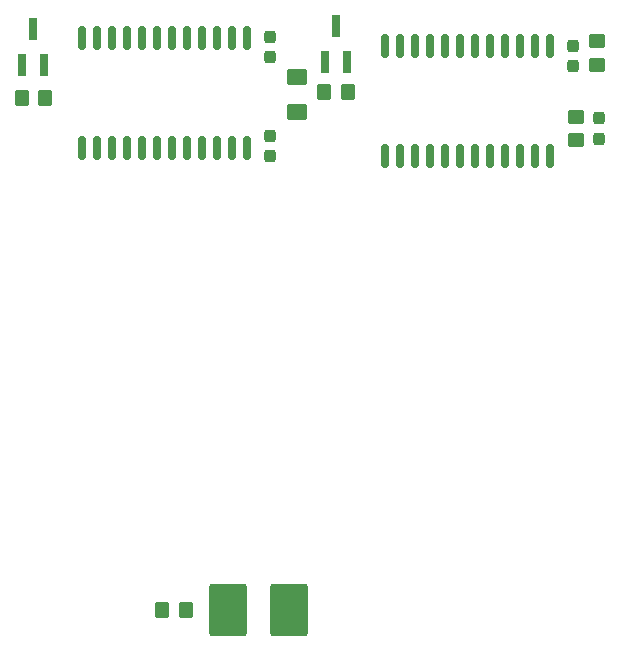
<source format=gbr>
%TF.GenerationSoftware,KiCad,Pcbnew,(6.0.1)*%
%TF.CreationDate,2022-03-24T11:58:16-04:00*%
%TF.ProjectId,FDC,4644432e-6b69-4636-9164-5f7063625858,rev?*%
%TF.SameCoordinates,Original*%
%TF.FileFunction,Paste,Top*%
%TF.FilePolarity,Positive*%
%FSLAX46Y46*%
G04 Gerber Fmt 4.6, Leading zero omitted, Abs format (unit mm)*
G04 Created by KiCad (PCBNEW (6.0.1)) date 2022-03-24 11:58:16*
%MOMM*%
%LPD*%
G01*
G04 APERTURE LIST*
G04 Aperture macros list*
%AMRoundRect*
0 Rectangle with rounded corners*
0 $1 Rounding radius*
0 $2 $3 $4 $5 $6 $7 $8 $9 X,Y pos of 4 corners*
0 Add a 4 corners polygon primitive as box body*
4,1,4,$2,$3,$4,$5,$6,$7,$8,$9,$2,$3,0*
0 Add four circle primitives for the rounded corners*
1,1,$1+$1,$2,$3*
1,1,$1+$1,$4,$5*
1,1,$1+$1,$6,$7*
1,1,$1+$1,$8,$9*
0 Add four rect primitives between the rounded corners*
20,1,$1+$1,$2,$3,$4,$5,0*
20,1,$1+$1,$4,$5,$6,$7,0*
20,1,$1+$1,$6,$7,$8,$9,0*
20,1,$1+$1,$8,$9,$2,$3,0*%
G04 Aperture macros list end*
%ADD10RoundRect,0.150000X-0.150000X0.875000X-0.150000X-0.875000X0.150000X-0.875000X0.150000X0.875000X0*%
%ADD11R,0.800000X1.900000*%
%ADD12RoundRect,0.249999X0.350001X0.450001X-0.350001X0.450001X-0.350001X-0.450001X0.350001X-0.450001X0*%
%ADD13RoundRect,0.249999X0.450001X-0.350001X0.450001X0.350001X-0.450001X0.350001X-0.450001X-0.350001X0*%
%ADD14RoundRect,0.237500X0.237500X-0.300000X0.237500X0.300000X-0.237500X0.300000X-0.237500X-0.300000X0*%
%ADD15RoundRect,0.237500X-0.237500X0.300000X-0.237500X-0.300000X0.237500X-0.300000X0.237500X0.300000X0*%
%ADD16RoundRect,0.250000X-0.625000X0.462500X-0.625000X-0.462500X0.625000X-0.462500X0.625000X0.462500X0*%
%ADD17RoundRect,0.250000X-1.350000X-1.975000X1.350000X-1.975000X1.350000X1.975000X-1.350000X1.975000X0*%
%ADD18RoundRect,0.250000X0.350000X0.450000X-0.350000X0.450000X-0.350000X-0.450000X0.350000X-0.450000X0*%
G04 APERTURE END LIST*
D10*
%TO.C,U3*%
X160401000Y-68248000D03*
X159131000Y-68248000D03*
X157861000Y-68248000D03*
X156591000Y-68248000D03*
X155321000Y-68248000D03*
X154051000Y-68248000D03*
X152781000Y-68248000D03*
X151511000Y-68248000D03*
X150241000Y-68248000D03*
X148971000Y-68248000D03*
X147701000Y-68248000D03*
X146431000Y-68248000D03*
X146431000Y-77548000D03*
X147701000Y-77548000D03*
X148971000Y-77548000D03*
X150241000Y-77548000D03*
X151511000Y-77548000D03*
X152781000Y-77548000D03*
X154051000Y-77548000D03*
X155321000Y-77548000D03*
X156591000Y-77548000D03*
X157861000Y-77548000D03*
X159131000Y-77548000D03*
X160401000Y-77548000D03*
%TD*%
D11*
%TO.C,Q1*%
X115636000Y-69826000D03*
X117536000Y-69826000D03*
X116586000Y-66826000D03*
%TD*%
D12*
%TO.C,R6*%
X117649500Y-72644000D03*
X115649500Y-72644000D03*
%TD*%
%TO.C,R8*%
X143240000Y-72136000D03*
X141240000Y-72136000D03*
%TD*%
D10*
%TO.C,U5*%
X134747000Y-67564000D03*
X133477000Y-67564000D03*
X132207000Y-67564000D03*
X130937000Y-67564000D03*
X129667000Y-67564000D03*
X128397000Y-67564000D03*
X127127000Y-67564000D03*
X125857000Y-67564000D03*
X124587000Y-67564000D03*
X123317000Y-67564000D03*
X122047000Y-67564000D03*
X120777000Y-67564000D03*
X120777000Y-76864000D03*
X122047000Y-76864000D03*
X123317000Y-76864000D03*
X124587000Y-76864000D03*
X125857000Y-76864000D03*
X127127000Y-76864000D03*
X128397000Y-76864000D03*
X129667000Y-76864000D03*
X130937000Y-76864000D03*
X132207000Y-76864000D03*
X133477000Y-76864000D03*
X134747000Y-76864000D03*
%TD*%
D11*
%TO.C,Q2*%
X141290000Y-69572000D03*
X143190000Y-69572000D03*
X142240000Y-66572000D03*
%TD*%
D13*
%TO.C,R9*%
X164338000Y-69834000D03*
X164338000Y-67834000D03*
%TD*%
%TO.C,R10*%
X162560000Y-76247500D03*
X162560000Y-74247500D03*
%TD*%
D14*
%TO.C,C2*%
X164528500Y-76110000D03*
X164528500Y-74385000D03*
%TD*%
D15*
%TO.C,C3*%
X162306000Y-68225500D03*
X162306000Y-69950500D03*
%TD*%
D14*
%TO.C,C5*%
X136652000Y-77570500D03*
X136652000Y-75845500D03*
%TD*%
D15*
%TO.C,C6*%
X136652000Y-67463500D03*
X136652000Y-69188500D03*
%TD*%
D16*
%TO.C,D2*%
X138938000Y-70902500D03*
X138938000Y-73877500D03*
%TD*%
D17*
%TO.C,D1*%
X133099500Y-116014500D03*
X138299500Y-116014500D03*
%TD*%
D18*
%TO.C,R1*%
X129524000Y-116014500D03*
X127524000Y-116014500D03*
%TD*%
M02*

</source>
